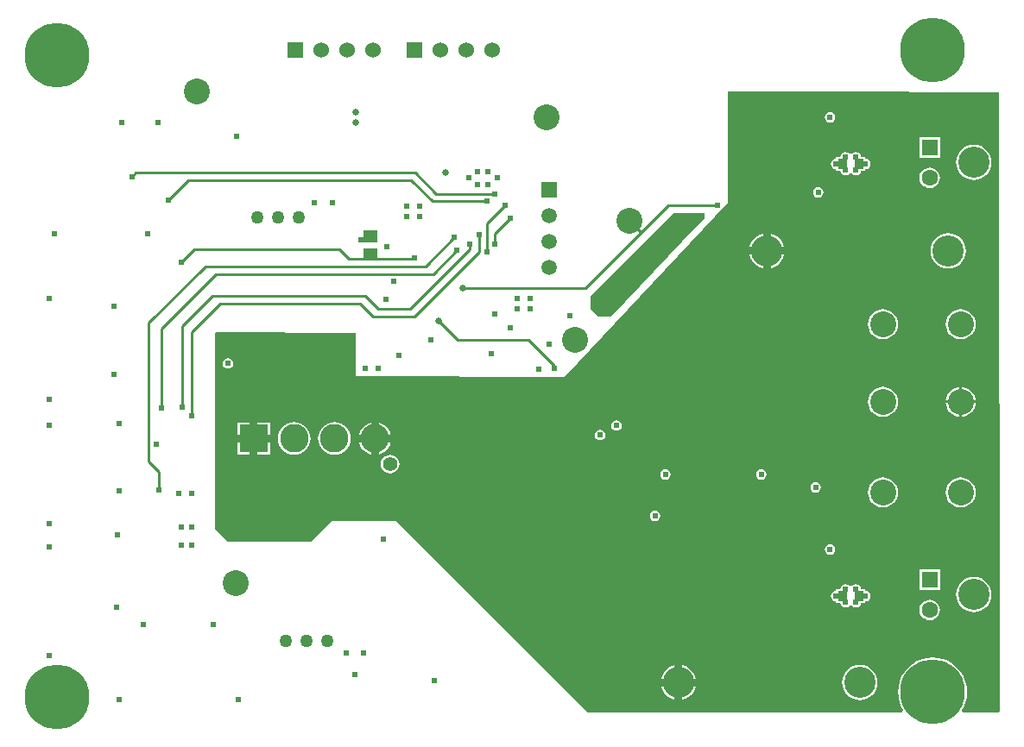
<source format=gbl>
G04*
G04 #@! TF.GenerationSoftware,Altium Limited,Altium Designer,21.3.1 (25)*
G04*
G04 Layer_Physical_Order=4*
G04 Layer_Color=16711680*
%FSLAX25Y25*%
%MOIN*%
G70*
G04*
G04 #@! TF.SameCoordinates,86926C0A-6BB2-4832-AFE7-C0EB4A5C3721*
G04*
G04*
G04 #@! TF.FilePolarity,Positive*
G04*
G01*
G75*
%ADD11C,0.01000*%
%ADD67R,0.05709X0.04528*%
%ADD78R,0.03543X0.03937*%
%ADD86R,0.11000X0.11000*%
%ADD87C,0.11000*%
%ADD88C,0.05512*%
%ADD89R,0.06000X0.06000*%
%ADD90C,0.06000*%
%ADD91R,0.06319X0.06319*%
%ADD92C,0.06319*%
%ADD93C,0.12008*%
%ADD94C,0.12000*%
%ADD95C,0.10000*%
%ADD96C,0.25000*%
%ADD97C,0.05906*%
%ADD98R,0.05906X0.05906*%
%ADD99C,0.02500*%
%ADD100C,0.02400*%
%ADD101C,0.05000*%
G36*
X266000Y201000D02*
X263000Y198000D01*
X230000Y163000D01*
X225000D01*
X222000Y166000D01*
Y171000D01*
X254000Y203000D01*
X266000D01*
Y201000D01*
D02*
G37*
G36*
X379900Y249627D02*
X380109Y10566D01*
X379543Y10000D01*
X365822D01*
X365374Y10800D01*
X366017Y11849D01*
X366818Y13783D01*
X367307Y15819D01*
X367471Y17906D01*
X367307Y19993D01*
X366818Y22028D01*
X366017Y23962D01*
X364923Y25747D01*
X363563Y27339D01*
X361972Y28699D01*
X360187Y29792D01*
X358253Y30594D01*
X356217Y31082D01*
X354130Y31247D01*
X352043Y31082D01*
X350007Y30594D01*
X348073Y29792D01*
X346288Y28699D01*
X344696Y27339D01*
X343337Y25747D01*
X342243Y23962D01*
X341442Y22028D01*
X340953Y19993D01*
X340789Y17906D01*
X340953Y15819D01*
X341442Y13783D01*
X342243Y11849D01*
X342886Y10800D01*
X342438Y10000D01*
X221000D01*
X147000Y84000D01*
X122000D01*
X114000Y76000D01*
X82000D01*
X77000Y81000D01*
Y156432D01*
X77567Y156996D01*
X131500Y156646D01*
X131500Y140074D01*
X212000Y139597D01*
X275037Y207000D01*
Y250000D01*
X310622D01*
X379900Y249627D01*
D02*
G37*
%LPC*%
G36*
X314500Y242039D02*
X313720Y241884D01*
X313058Y241442D01*
X312616Y240780D01*
X312461Y240000D01*
X312616Y239220D01*
X313058Y238558D01*
X313720Y238116D01*
X314500Y237961D01*
X315280Y238116D01*
X315942Y238558D01*
X316384Y239220D01*
X316539Y240000D01*
X316384Y240780D01*
X315942Y241442D01*
X315280Y241884D01*
X314500Y242039D01*
D02*
G37*
G36*
X324500Y226539D02*
X323720Y226384D01*
X323058Y225942D01*
X322981Y225827D01*
X322019D01*
X321942Y225942D01*
X321280Y226384D01*
X320500Y226539D01*
X319720Y226384D01*
X319058Y225942D01*
X318616Y225280D01*
X318514Y224768D01*
X316779D01*
Y224035D01*
X316020Y223884D01*
X315358Y223442D01*
X314916Y222780D01*
X314761Y222000D01*
X314916Y221220D01*
X315358Y220558D01*
X316020Y220116D01*
X316779Y219965D01*
Y219232D01*
X318514D01*
X318616Y218720D01*
X319058Y218058D01*
X319720Y217616D01*
X320500Y217461D01*
X321280Y217616D01*
X321942Y218058D01*
X322019Y218173D01*
X322981D01*
X323058Y218058D01*
X323720Y217616D01*
X324500Y217461D01*
X325280Y217616D01*
X325942Y218058D01*
X326384Y218720D01*
X326486Y219232D01*
X328221D01*
Y219965D01*
X328980Y220116D01*
X329642Y220558D01*
X330084Y221220D01*
X330239Y222000D01*
X330084Y222780D01*
X329642Y223442D01*
X328980Y223884D01*
X328221Y224035D01*
Y224768D01*
X326486D01*
X326384Y225280D01*
X325942Y225942D01*
X325280Y226384D01*
X324500Y226539D01*
D02*
G37*
G36*
X356952Y232365D02*
X349033D01*
Y224446D01*
X356952D01*
Y232365D01*
D02*
G37*
G36*
X370000Y229337D02*
X368666Y229205D01*
X367384Y228816D01*
X366202Y228185D01*
X365166Y227334D01*
X364315Y226298D01*
X363684Y225116D01*
X363295Y223834D01*
X363163Y222500D01*
X363295Y221166D01*
X363684Y219884D01*
X364315Y218702D01*
X365166Y217666D01*
X366202Y216815D01*
X367384Y216184D01*
X368666Y215794D01*
X370000Y215663D01*
X371334Y215794D01*
X372616Y216184D01*
X373798Y216815D01*
X374834Y217666D01*
X375685Y218702D01*
X376316Y219884D01*
X376706Y221166D01*
X376837Y222500D01*
X376706Y223834D01*
X376316Y225116D01*
X375685Y226298D01*
X374834Y227334D01*
X373798Y228185D01*
X372616Y228816D01*
X371334Y229205D01*
X370000Y229337D01*
D02*
G37*
G36*
X352992Y220588D02*
X351958Y220452D01*
X350995Y220053D01*
X350168Y219418D01*
X349534Y218591D01*
X349135Y217628D01*
X348998Y216595D01*
X349135Y215561D01*
X349534Y214598D01*
X350168Y213771D01*
X350995Y213136D01*
X351958Y212737D01*
X352992Y212601D01*
X354026Y212737D01*
X354989Y213136D01*
X355816Y213771D01*
X356451Y214598D01*
X356850Y215561D01*
X356986Y216595D01*
X356850Y217628D01*
X356451Y218591D01*
X355816Y219418D01*
X354989Y220053D01*
X354026Y220452D01*
X352992Y220588D01*
D02*
G37*
G36*
X310000Y213039D02*
X309220Y212884D01*
X308558Y212442D01*
X308116Y211780D01*
X307961Y211000D01*
X308116Y210220D01*
X308558Y209558D01*
X309220Y209116D01*
X310000Y208961D01*
X310780Y209116D01*
X311442Y209558D01*
X311884Y210220D01*
X312039Y211000D01*
X311884Y211780D01*
X311442Y212442D01*
X310780Y212884D01*
X310000Y213039D01*
D02*
G37*
G36*
X291630Y195056D02*
Y189906D01*
X296781D01*
X296443Y191020D01*
X295811Y192202D01*
X294962Y193237D01*
X293926Y194087D01*
X292745Y194718D01*
X291630Y195056D01*
D02*
G37*
G36*
X288630D02*
X287515Y194718D01*
X286334Y194087D01*
X285298Y193237D01*
X284449Y192202D01*
X283817Y191020D01*
X283479Y189906D01*
X288630D01*
Y195056D01*
D02*
G37*
G36*
X296781Y186906D02*
X291630D01*
Y181755D01*
X292745Y182093D01*
X293926Y182724D01*
X294962Y183574D01*
X295811Y184609D01*
X296443Y185791D01*
X296781Y186906D01*
D02*
G37*
G36*
X288630D02*
X283479D01*
X283817Y185791D01*
X284449Y184609D01*
X285298Y183574D01*
X286334Y182724D01*
X287515Y182093D01*
X288630Y181755D01*
Y186906D01*
D02*
G37*
G36*
X360130Y195238D02*
X358797Y195107D01*
X357515Y194718D01*
X356334Y194087D01*
X355298Y193237D01*
X354449Y192202D01*
X353817Y191020D01*
X353428Y189739D01*
X353297Y188406D01*
X353428Y187073D01*
X353817Y185791D01*
X354449Y184609D01*
X355298Y183574D01*
X356334Y182724D01*
X357515Y182093D01*
X358797Y181704D01*
X360130Y181573D01*
X361463Y181704D01*
X362745Y182093D01*
X363926Y182724D01*
X364962Y183574D01*
X365811Y184609D01*
X366443Y185791D01*
X366831Y187073D01*
X366963Y188406D01*
X366831Y189739D01*
X366443Y191020D01*
X365811Y192202D01*
X364962Y193237D01*
X363926Y194087D01*
X362745Y194718D01*
X361463Y195107D01*
X360130Y195238D01*
D02*
G37*
G36*
X365000Y165828D02*
X363863Y165716D01*
X362770Y165384D01*
X361762Y164846D01*
X360879Y164121D01*
X360154Y163238D01*
X359616Y162230D01*
X359284Y161137D01*
X359172Y160000D01*
X359284Y158863D01*
X359616Y157770D01*
X360154Y156762D01*
X360879Y155879D01*
X361762Y155154D01*
X362770Y154616D01*
X363863Y154284D01*
X365000Y154172D01*
X366137Y154284D01*
X367230Y154616D01*
X368238Y155154D01*
X369121Y155879D01*
X369846Y156762D01*
X370384Y157770D01*
X370716Y158863D01*
X370828Y160000D01*
X370716Y161137D01*
X370384Y162230D01*
X369846Y163238D01*
X369121Y164121D01*
X368238Y164846D01*
X367230Y165384D01*
X366137Y165716D01*
X365000Y165828D01*
D02*
G37*
G36*
X335000D02*
X333863Y165716D01*
X332770Y165384D01*
X331762Y164846D01*
X330879Y164121D01*
X330154Y163238D01*
X329616Y162230D01*
X329284Y161137D01*
X329172Y160000D01*
X329284Y158863D01*
X329616Y157770D01*
X330154Y156762D01*
X330879Y155879D01*
X331762Y155154D01*
X332770Y154616D01*
X333863Y154284D01*
X335000Y154172D01*
X336137Y154284D01*
X337230Y154616D01*
X338238Y155154D01*
X339121Y155879D01*
X339846Y156762D01*
X340384Y157770D01*
X340716Y158863D01*
X340828Y160000D01*
X340716Y161137D01*
X340384Y162230D01*
X339846Y163238D01*
X339121Y164121D01*
X338238Y164846D01*
X337230Y165384D01*
X336137Y165716D01*
X335000Y165828D01*
D02*
G37*
G36*
X82100Y146939D02*
X81320Y146784D01*
X80658Y146342D01*
X80216Y145680D01*
X80061Y144900D01*
X80216Y144120D01*
X80658Y143458D01*
X81320Y143016D01*
X82100Y142861D01*
X82880Y143016D01*
X83542Y143458D01*
X83984Y144120D01*
X84139Y144900D01*
X83984Y145680D01*
X83542Y146342D01*
X82880Y146784D01*
X82100Y146939D01*
D02*
G37*
G36*
X365500Y135779D02*
Y130500D01*
X370779D01*
X370716Y131137D01*
X370384Y132230D01*
X369846Y133238D01*
X369121Y134121D01*
X368238Y134846D01*
X367230Y135384D01*
X366137Y135716D01*
X365500Y135779D01*
D02*
G37*
G36*
X364500D02*
X363863Y135716D01*
X362770Y135384D01*
X361762Y134846D01*
X360879Y134121D01*
X360154Y133238D01*
X359616Y132230D01*
X359284Y131137D01*
X359221Y130500D01*
X364500D01*
Y135779D01*
D02*
G37*
G36*
X370779Y129500D02*
X365500D01*
Y124221D01*
X366137Y124284D01*
X367230Y124616D01*
X368238Y125154D01*
X369121Y125879D01*
X369846Y126762D01*
X370384Y127770D01*
X370716Y128863D01*
X370779Y129500D01*
D02*
G37*
G36*
X364500D02*
X359221D01*
X359284Y128863D01*
X359616Y127770D01*
X360154Y126762D01*
X360879Y125879D01*
X361762Y125154D01*
X362770Y124616D01*
X363863Y124284D01*
X364500Y124221D01*
Y129500D01*
D02*
G37*
G36*
X335000Y135828D02*
X333863Y135716D01*
X332770Y135384D01*
X331762Y134846D01*
X330879Y134121D01*
X330154Y133238D01*
X329616Y132230D01*
X329284Y131137D01*
X329172Y130000D01*
X329284Y128863D01*
X329616Y127770D01*
X330154Y126762D01*
X330879Y125879D01*
X331762Y125154D01*
X332770Y124616D01*
X333863Y124284D01*
X335000Y124172D01*
X336137Y124284D01*
X337230Y124616D01*
X338238Y125154D01*
X339121Y125879D01*
X339846Y126762D01*
X340384Y127770D01*
X340716Y128863D01*
X340828Y130000D01*
X340716Y131137D01*
X340384Y132230D01*
X339846Y133238D01*
X339121Y134121D01*
X338238Y134846D01*
X337230Y135384D01*
X336137Y135716D01*
X335000Y135828D01*
D02*
G37*
G36*
X232100Y122939D02*
X231320Y122784D01*
X230658Y122342D01*
X230216Y121680D01*
X230061Y120900D01*
X230216Y120120D01*
X230658Y119458D01*
X231320Y119016D01*
X232100Y118861D01*
X232880Y119016D01*
X233542Y119458D01*
X233984Y120120D01*
X234139Y120900D01*
X233984Y121680D01*
X233542Y122342D01*
X232880Y122784D01*
X232100Y122939D01*
D02*
G37*
G36*
X140281Y121928D02*
Y117300D01*
X144910D01*
X144630Y118223D01*
X144045Y119317D01*
X143257Y120276D01*
X142298Y121064D01*
X141204Y121649D01*
X140281Y121928D01*
D02*
G37*
G36*
X98309Y122100D02*
X93509D01*
Y117300D01*
X98309D01*
Y122100D01*
D02*
G37*
G36*
X137281Y121929D02*
X136358Y121649D01*
X135264Y121064D01*
X134305Y120276D01*
X133518Y119317D01*
X132932Y118223D01*
X132653Y117300D01*
X137281D01*
Y121929D01*
D02*
G37*
G36*
X90509Y122100D02*
X85710D01*
Y117300D01*
X90509D01*
Y122100D01*
D02*
G37*
G36*
X225780Y119259D02*
X225000Y119104D01*
X224338Y118662D01*
X223896Y118000D01*
X223741Y117220D01*
X223896Y116439D01*
X224338Y115778D01*
X225000Y115336D01*
X225780Y115181D01*
X226561Y115336D01*
X227222Y115778D01*
X227664Y116439D01*
X227819Y117220D01*
X227664Y118000D01*
X227222Y118662D01*
X226561Y119104D01*
X225780Y119259D01*
D02*
G37*
G36*
X144910Y114300D02*
X140281D01*
Y109672D01*
X141204Y109951D01*
X142298Y110536D01*
X143257Y111324D01*
X144045Y112283D01*
X144630Y113377D01*
X144910Y114300D01*
D02*
G37*
G36*
X137281D02*
X132653D01*
X132932Y113377D01*
X133518Y112283D01*
X134305Y111324D01*
X135264Y110536D01*
X136358Y109951D01*
X137281Y109671D01*
Y114300D01*
D02*
G37*
G36*
X98309D02*
X93509D01*
Y109500D01*
X98309D01*
Y114300D01*
D02*
G37*
G36*
X90509D02*
X85710D01*
Y109500D01*
X90509D01*
Y114300D01*
D02*
G37*
G36*
X123191Y122131D02*
X121956Y122009D01*
X120768Y121649D01*
X119674Y121064D01*
X118714Y120276D01*
X117927Y119317D01*
X117342Y118223D01*
X116982Y117035D01*
X116860Y115800D01*
X116982Y114565D01*
X117342Y113377D01*
X117927Y112283D01*
X118714Y111324D01*
X119674Y110536D01*
X120768Y109951D01*
X121956Y109591D01*
X123191Y109469D01*
X124426Y109591D01*
X125613Y109951D01*
X126708Y110536D01*
X127667Y111324D01*
X128454Y112283D01*
X129039Y113377D01*
X129399Y114565D01*
X129521Y115800D01*
X129399Y117035D01*
X129039Y118223D01*
X128454Y119317D01*
X127667Y120276D01*
X126708Y121064D01*
X125613Y121649D01*
X124426Y122009D01*
X123191Y122131D01*
D02*
G37*
G36*
X107600D02*
X106365Y122009D01*
X105177Y121649D01*
X104083Y121064D01*
X103124Y120276D01*
X102336Y119317D01*
X101751Y118223D01*
X101391Y117035D01*
X101269Y115800D01*
X101391Y114565D01*
X101751Y113377D01*
X102336Y112283D01*
X103124Y111324D01*
X104083Y110536D01*
X105177Y109951D01*
X106365Y109591D01*
X107600Y109469D01*
X108835Y109591D01*
X110023Y109951D01*
X111117Y110536D01*
X112076Y111324D01*
X112864Y112283D01*
X113449Y113377D01*
X113809Y114565D01*
X113930Y115800D01*
X113809Y117035D01*
X113449Y118223D01*
X112864Y119317D01*
X112076Y120276D01*
X111117Y121064D01*
X110023Y121649D01*
X108835Y122009D01*
X107600Y122131D01*
D02*
G37*
G36*
X144687Y109544D02*
X143758Y109422D01*
X142893Y109064D01*
X142150Y108494D01*
X141580Y107751D01*
X141222Y106886D01*
X141100Y105957D01*
X141222Y105029D01*
X141580Y104164D01*
X142150Y103421D01*
X142893Y102851D01*
X143758Y102493D01*
X144687Y102371D01*
X145615Y102493D01*
X146480Y102851D01*
X147223Y103421D01*
X147793Y104164D01*
X148151Y105029D01*
X148273Y105957D01*
X148151Y106886D01*
X147793Y107751D01*
X147223Y108494D01*
X146480Y109064D01*
X145615Y109422D01*
X144687Y109544D01*
D02*
G37*
G36*
X288000Y104039D02*
X287220Y103884D01*
X286558Y103442D01*
X286116Y102780D01*
X285961Y102000D01*
X286116Y101220D01*
X286558Y100558D01*
X287220Y100116D01*
X288000Y99961D01*
X288780Y100116D01*
X289442Y100558D01*
X289884Y101220D01*
X290039Y102000D01*
X289884Y102780D01*
X289442Y103442D01*
X288780Y103884D01*
X288000Y104039D01*
D02*
G37*
G36*
X251000D02*
X250220Y103884D01*
X249558Y103442D01*
X249116Y102780D01*
X248961Y102000D01*
X249116Y101220D01*
X249558Y100558D01*
X250220Y100116D01*
X251000Y99961D01*
X251780Y100116D01*
X252442Y100558D01*
X252884Y101220D01*
X253039Y102000D01*
X252884Y102780D01*
X252442Y103442D01*
X251780Y103884D01*
X251000Y104039D01*
D02*
G37*
G36*
X309000Y99039D02*
X308220Y98884D01*
X307558Y98442D01*
X307116Y97780D01*
X306961Y97000D01*
X307116Y96220D01*
X307558Y95558D01*
X308220Y95116D01*
X309000Y94961D01*
X309780Y95116D01*
X310442Y95558D01*
X310884Y96220D01*
X311039Y97000D01*
X310884Y97780D01*
X310442Y98442D01*
X309780Y98884D01*
X309000Y99039D01*
D02*
G37*
G36*
X365000Y100828D02*
X363863Y100716D01*
X362770Y100384D01*
X361762Y99846D01*
X360879Y99121D01*
X360154Y98238D01*
X359616Y97230D01*
X359284Y96137D01*
X359172Y95000D01*
X359284Y93863D01*
X359616Y92770D01*
X360154Y91762D01*
X360879Y90879D01*
X361762Y90154D01*
X362770Y89616D01*
X363863Y89284D01*
X365000Y89172D01*
X366137Y89284D01*
X367230Y89616D01*
X368238Y90154D01*
X369121Y90879D01*
X369846Y91762D01*
X370384Y92770D01*
X370716Y93863D01*
X370828Y95000D01*
X370716Y96137D01*
X370384Y97230D01*
X369846Y98238D01*
X369121Y99121D01*
X368238Y99846D01*
X367230Y100384D01*
X366137Y100716D01*
X365000Y100828D01*
D02*
G37*
G36*
X335000D02*
X333863Y100716D01*
X332770Y100384D01*
X331762Y99846D01*
X330879Y99121D01*
X330154Y98238D01*
X329616Y97230D01*
X329284Y96137D01*
X329172Y95000D01*
X329284Y93863D01*
X329616Y92770D01*
X330154Y91762D01*
X330879Y90879D01*
X331762Y90154D01*
X332770Y89616D01*
X333863Y89284D01*
X335000Y89172D01*
X336137Y89284D01*
X337230Y89616D01*
X338238Y90154D01*
X339121Y90879D01*
X339846Y91762D01*
X340384Y92770D01*
X340716Y93863D01*
X340828Y95000D01*
X340716Y96137D01*
X340384Y97230D01*
X339846Y98238D01*
X339121Y99121D01*
X338238Y99846D01*
X337230Y100384D01*
X336137Y100716D01*
X335000Y100828D01*
D02*
G37*
G36*
X247000Y88039D02*
X246220Y87884D01*
X245558Y87442D01*
X245116Y86780D01*
X244961Y86000D01*
X245116Y85220D01*
X245558Y84558D01*
X246220Y84116D01*
X247000Y83961D01*
X247780Y84116D01*
X248442Y84558D01*
X248884Y85220D01*
X249039Y86000D01*
X248884Y86780D01*
X248442Y87442D01*
X247780Y87884D01*
X247000Y88039D01*
D02*
G37*
G36*
X314500Y75039D02*
X313720Y74884D01*
X313058Y74442D01*
X312616Y73780D01*
X312461Y73000D01*
X312616Y72220D01*
X313058Y71558D01*
X313720Y71116D01*
X314500Y70961D01*
X315280Y71116D01*
X315942Y71558D01*
X316384Y72220D01*
X316539Y73000D01*
X316384Y73780D01*
X315942Y74442D01*
X315280Y74884D01*
X314500Y75039D01*
D02*
G37*
G36*
X324500Y59539D02*
X323720Y59384D01*
X323058Y58942D01*
X322981Y58827D01*
X322019D01*
X321942Y58942D01*
X321280Y59384D01*
X320500Y59539D01*
X319720Y59384D01*
X319058Y58942D01*
X318616Y58280D01*
X318514Y57768D01*
X316779D01*
Y57035D01*
X316020Y56884D01*
X315358Y56442D01*
X314916Y55780D01*
X314761Y55000D01*
X314916Y54220D01*
X315358Y53558D01*
X316020Y53116D01*
X316779Y52965D01*
Y52232D01*
X318514D01*
X318616Y51720D01*
X319058Y51058D01*
X319720Y50616D01*
X320500Y50461D01*
X321280Y50616D01*
X321942Y51058D01*
X322019Y51173D01*
X322981D01*
X323058Y51058D01*
X323720Y50616D01*
X324500Y50461D01*
X325280Y50616D01*
X325942Y51058D01*
X326384Y51720D01*
X326486Y52232D01*
X328221D01*
Y52965D01*
X328980Y53116D01*
X329642Y53558D01*
X330084Y54220D01*
X330239Y55000D01*
X330084Y55780D01*
X329642Y56442D01*
X328980Y56884D01*
X328221Y57035D01*
Y57768D01*
X326486D01*
X326384Y58280D01*
X325942Y58942D01*
X325280Y59384D01*
X324500Y59539D01*
D02*
G37*
G36*
X356952Y65365D02*
X349033D01*
Y57446D01*
X356952D01*
Y65365D01*
D02*
G37*
G36*
X370000Y62337D02*
X368666Y62205D01*
X367384Y61816D01*
X366202Y61185D01*
X365166Y60334D01*
X364315Y59298D01*
X363684Y58116D01*
X363295Y56834D01*
X363163Y55500D01*
X363295Y54166D01*
X363684Y52884D01*
X364315Y51702D01*
X365166Y50666D01*
X366202Y49815D01*
X367384Y49184D01*
X368666Y48794D01*
X370000Y48663D01*
X371334Y48794D01*
X372616Y49184D01*
X373798Y49815D01*
X374834Y50666D01*
X375685Y51702D01*
X376316Y52884D01*
X376706Y54166D01*
X376837Y55500D01*
X376706Y56834D01*
X376316Y58116D01*
X375685Y59298D01*
X374834Y60334D01*
X373798Y61185D01*
X372616Y61816D01*
X371334Y62205D01*
X370000Y62337D01*
D02*
G37*
G36*
X352992Y53588D02*
X351958Y53452D01*
X350995Y53053D01*
X350168Y52418D01*
X349534Y51591D01*
X349135Y50628D01*
X348998Y49595D01*
X349135Y48561D01*
X349534Y47598D01*
X350168Y46771D01*
X350995Y46136D01*
X351958Y45737D01*
X352992Y45601D01*
X354026Y45737D01*
X354989Y46136D01*
X355816Y46771D01*
X356451Y47598D01*
X356850Y48561D01*
X356986Y49595D01*
X356850Y50628D01*
X356451Y51591D01*
X355816Y52418D01*
X354989Y53053D01*
X354026Y53452D01*
X352992Y53588D01*
D02*
G37*
G36*
X257500Y28151D02*
Y23000D01*
X262651D01*
X262313Y24115D01*
X261681Y25296D01*
X260832Y26332D01*
X259796Y27181D01*
X258615Y27813D01*
X257500Y28151D01*
D02*
G37*
G36*
X254500D02*
X253385Y27813D01*
X252204Y27181D01*
X251168Y26332D01*
X250319Y25296D01*
X249687Y24115D01*
X249349Y23000D01*
X254500D01*
Y28151D01*
D02*
G37*
G36*
X262651Y20000D02*
X257500D01*
Y14849D01*
X258615Y15187D01*
X259796Y15819D01*
X260832Y16668D01*
X261681Y17704D01*
X262313Y18885D01*
X262651Y20000D01*
D02*
G37*
G36*
X254500D02*
X249349D01*
X249687Y18885D01*
X250319Y17704D01*
X251168Y16668D01*
X252204Y15819D01*
X253385Y15187D01*
X254500Y14849D01*
Y20000D01*
D02*
G37*
G36*
X326000Y28333D02*
X324667Y28202D01*
X323385Y27813D01*
X322204Y27181D01*
X321168Y26332D01*
X320319Y25296D01*
X319687Y24115D01*
X319298Y22833D01*
X319167Y21500D01*
X319298Y20167D01*
X319687Y18885D01*
X320319Y17704D01*
X321168Y16668D01*
X322204Y15819D01*
X323385Y15187D01*
X324667Y14798D01*
X326000Y14667D01*
X327333Y14798D01*
X328615Y15187D01*
X329796Y15819D01*
X330832Y16668D01*
X331681Y17704D01*
X332313Y18885D01*
X332702Y20167D01*
X332833Y21500D01*
X332702Y22833D01*
X332313Y24115D01*
X331681Y25296D01*
X330832Y26332D01*
X329796Y27181D01*
X328615Y27813D01*
X327333Y28202D01*
X326000Y28333D01*
D02*
G37*
%LPD*%
D11*
X170900Y154000D02*
X198000D01*
X163500Y161400D02*
X170900Y154000D01*
X242000Y196000D02*
X252000Y206000D01*
X220100Y174100D02*
X242000Y196000D01*
X237000Y200000D02*
X241000Y196000D01*
X242000D01*
X182000Y188000D02*
Y199000D01*
X189000Y206000D01*
X185000Y191000D02*
Y195000D01*
X191000Y201000D01*
X161000Y207500D02*
X182000D01*
X162433Y210367D02*
X185094D01*
X154300Y218500D02*
X162433Y210367D01*
X152900Y215600D02*
X161000Y207500D01*
X252000Y206000D02*
X271000D01*
X172825Y174100D02*
X220100D01*
X46500Y218500D02*
X154300D01*
X45000Y217000D02*
X46500Y218500D01*
X55500Y96000D02*
Y103000D01*
X51500Y107000D02*
Y160500D01*
Y107000D02*
X55500Y103000D01*
X208000Y143000D02*
Y144000D01*
X198000Y154000D02*
X208000Y144000D01*
X138000Y163000D02*
X154000D01*
X133000Y168000D02*
X138000Y163000D01*
X79000Y168000D02*
X133000D01*
X140000Y166000D02*
X152500D01*
X135000Y171000D02*
X140000Y166000D01*
X76100Y171000D02*
X135000D01*
X68000Y157000D02*
X79000Y168000D01*
X154000Y163000D02*
X179000Y188000D01*
X64500Y159400D02*
X76100Y171000D01*
X152500Y166000D02*
X175500Y189000D01*
X56500Y158400D02*
X77400Y179300D01*
X161300D02*
X170500Y188500D01*
X77400Y179300D02*
X161300D01*
X158300Y182300D02*
X169500Y193500D01*
X51500Y160500D02*
X73300Y182300D01*
X158300D01*
X66600Y215600D02*
X152900D01*
X59000Y208000D02*
X66600Y215600D01*
X64500Y128000D02*
Y159400D01*
X56500Y127500D02*
Y158400D01*
X68000Y124500D02*
Y157000D01*
X125000Y189000D02*
X128779Y185221D01*
X153342D01*
X153621Y185500D01*
X154000D01*
X175500Y189000D02*
Y191000D01*
X179000Y188000D02*
Y194500D01*
X64000Y184000D02*
X69000Y189000D01*
X125000D01*
D67*
X137000Y194043D02*
D03*
Y186957D02*
D03*
D78*
X325650Y222000D02*
D03*
X319350D02*
D03*
X325650Y55000D02*
D03*
X319350D02*
D03*
D86*
X92010Y115800D02*
D03*
D87*
X107600D02*
D03*
X123191D02*
D03*
X138781D02*
D03*
D88*
X144687Y105957D02*
D03*
D89*
X108130Y265905D02*
D03*
X154130D02*
D03*
D90*
X118130D02*
D03*
X128130D02*
D03*
X138130D02*
D03*
X164130D02*
D03*
X174130D02*
D03*
X184130D02*
D03*
D91*
X352992Y228405D02*
D03*
Y61405D02*
D03*
D92*
Y216595D02*
D03*
Y49595D02*
D03*
D93*
X370000Y222500D02*
D03*
Y55500D02*
D03*
D94*
X326000Y21500D02*
D03*
X256000D02*
D03*
X290130Y188406D02*
D03*
X360130D02*
D03*
D95*
X237000Y200000D02*
D03*
X216000Y154000D02*
D03*
X205000Y240000D02*
D03*
X85000Y60000D02*
D03*
X70000Y250000D02*
D03*
X335000Y130000D02*
D03*
Y160000D02*
D03*
Y95000D02*
D03*
X365000Y130000D02*
D03*
Y95000D02*
D03*
Y160000D02*
D03*
D96*
X16000Y16000D02*
D03*
Y264000D02*
D03*
X354130Y17906D02*
D03*
Y265905D02*
D03*
D97*
X206130Y181905D02*
D03*
Y191905D02*
D03*
Y201905D02*
D03*
D98*
Y211906D02*
D03*
D99*
X163500Y161400D02*
D03*
X166000Y218500D02*
D03*
X172825Y174100D02*
D03*
X131500Y242000D02*
D03*
Y238000D02*
D03*
D100*
X143299Y189999D02*
D03*
X161875Y22199D02*
D03*
X182000Y188000D02*
D03*
X185000Y191000D02*
D03*
X189000Y206000D02*
D03*
X186000Y216500D02*
D03*
X182500Y219000D02*
D03*
X191000Y201000D02*
D03*
X185094Y210367D02*
D03*
X182000Y207500D02*
D03*
X178500Y214000D02*
D03*
X182500D02*
D03*
X258000Y200000D02*
D03*
X248000Y190000D02*
D03*
X238000Y180000D02*
D03*
X228000Y170000D02*
D03*
X225780Y117220D02*
D03*
X232100Y120900D02*
D03*
X134300Y33100D02*
D03*
X127700D02*
D03*
X122500Y207000D02*
D03*
X310000Y211000D02*
D03*
X271000Y206000D02*
D03*
X86000Y15000D02*
D03*
X40000D02*
D03*
X51000Y195000D02*
D03*
X15000D02*
D03*
X13000Y170000D02*
D03*
Y74000D02*
D03*
Y32000D02*
D03*
X45000Y217000D02*
D03*
X104000Y153500D02*
D03*
X112500Y150000D02*
D03*
X104000Y146500D02*
D03*
X94000Y83500D02*
D03*
X102500Y87000D02*
D03*
X94000Y90500D02*
D03*
X115500Y207000D02*
D03*
X131000Y24500D02*
D03*
X40000Y95500D02*
D03*
X85500Y232500D02*
D03*
X41000Y238000D02*
D03*
X55000D02*
D03*
X38000Y167000D02*
D03*
Y140500D02*
D03*
X40000Y121500D02*
D03*
X13000Y131000D02*
D03*
Y121000D02*
D03*
X39500Y78500D02*
D03*
X13000Y83000D02*
D03*
X39000Y50500D02*
D03*
X49500Y44000D02*
D03*
X76500D02*
D03*
X156000Y205500D02*
D03*
Y201500D02*
D03*
X191000Y158500D02*
D03*
X160500Y154000D02*
D03*
X54500Y113500D02*
D03*
X68000Y94500D02*
D03*
X63000D02*
D03*
X68000Y74500D02*
D03*
X64000D02*
D03*
Y81500D02*
D03*
X68000D02*
D03*
X247000Y86000D02*
D03*
X202203Y142774D02*
D03*
X314500Y73000D02*
D03*
X309000Y97000D02*
D03*
X288000Y102000D02*
D03*
X251000D02*
D03*
X208000Y143000D02*
D03*
X183700Y148500D02*
D03*
X140000Y143000D02*
D03*
X135000D02*
D03*
X148000Y148000D02*
D03*
X82100Y144900D02*
D03*
X143000Y169500D02*
D03*
X146000Y176600D02*
D03*
X214200Y163300D02*
D03*
X206200Y152400D02*
D03*
X64500Y128000D02*
D03*
X56500Y127500D02*
D03*
X344000Y46000D02*
D03*
X340000D02*
D03*
X336000D02*
D03*
X151000Y205500D02*
D03*
Y201500D02*
D03*
X175000Y216500D02*
D03*
X178500Y219000D02*
D03*
X133500Y192500D02*
D03*
X154000Y185500D02*
D03*
X198800Y169900D02*
D03*
Y165900D02*
D03*
X185200Y164000D02*
D03*
X193800Y165900D02*
D03*
Y169900D02*
D03*
X142000Y77000D02*
D03*
X59000Y208000D02*
D03*
X169500Y193500D02*
D03*
X55500Y96000D02*
D03*
X170500Y188500D02*
D03*
X175500Y191000D02*
D03*
X179000Y194500D02*
D03*
X68000Y124500D02*
D03*
X64000Y184000D02*
D03*
X320500Y57500D02*
D03*
X316800Y55000D02*
D03*
X320500Y52500D02*
D03*
X324500Y57500D02*
D03*
X328200Y55000D02*
D03*
X324500Y52500D02*
D03*
X328200Y222000D02*
D03*
X324500Y219500D02*
D03*
Y224500D02*
D03*
X316800Y222000D02*
D03*
X320500Y224500D02*
D03*
Y219500D02*
D03*
X314500Y240000D02*
D03*
X336000Y213000D02*
D03*
X340000D02*
D03*
X344000D02*
D03*
D101*
X109260Y201240D02*
D03*
X93260D02*
D03*
X101260D02*
D03*
X112500Y37500D02*
D03*
X120500D02*
D03*
X104500D02*
D03*
M02*

</source>
